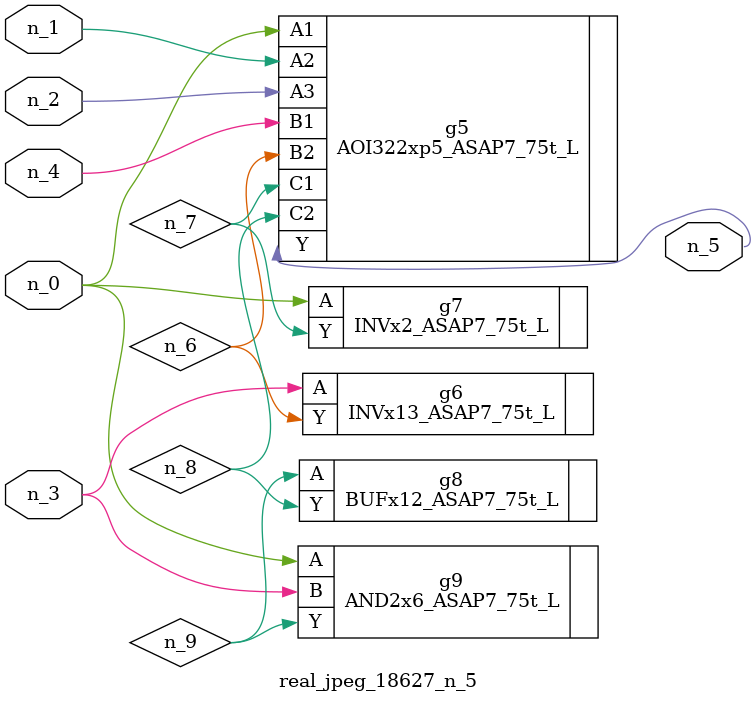
<source format=v>
module real_jpeg_18627_n_5 (n_4, n_0, n_1, n_2, n_3, n_5);

input n_4;
input n_0;
input n_1;
input n_2;
input n_3;

output n_5;

wire n_8;
wire n_6;
wire n_7;
wire n_9;

AOI322xp5_ASAP7_75t_L g5 ( 
.A1(n_0),
.A2(n_1),
.A3(n_2),
.B1(n_4),
.B2(n_6),
.C1(n_7),
.C2(n_8),
.Y(n_5)
);

INVx2_ASAP7_75t_L g7 ( 
.A(n_0),
.Y(n_7)
);

AND2x6_ASAP7_75t_L g9 ( 
.A(n_0),
.B(n_3),
.Y(n_9)
);

INVx13_ASAP7_75t_L g6 ( 
.A(n_3),
.Y(n_6)
);

BUFx12_ASAP7_75t_L g8 ( 
.A(n_9),
.Y(n_8)
);


endmodule
</source>
